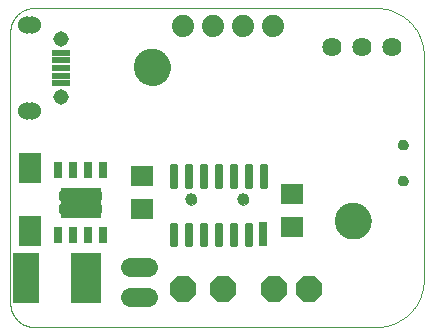
<source format=gbs>
G75*
%MOIN*%
%OFA0B0*%
%FSLAX25Y25*%
%IPPOS*%
%LPD*%
%AMOC8*
5,1,8,0,0,1.08239X$1,22.5*
%
%ADD10C,0.00000*%
%ADD11C,0.12211*%
%ADD12R,0.07487X0.06699*%
%ADD13R,0.07369X0.10243*%
%ADD14C,0.06400*%
%ADD15R,0.09061X0.16935*%
%ADD16R,0.10243X0.16935*%
%ADD17OC8,0.08900*%
%ADD18C,0.06400*%
%ADD19C,0.03600*%
%ADD20C,0.07400*%
%ADD21R,0.03156X0.05518*%
%ADD22R,0.13786X0.09849*%
%ADD23OC8,0.05550*%
%ADD24R,0.05550X0.05550*%
%ADD25C,0.03943*%
%ADD26R,0.02723X0.08077*%
%ADD27C,0.01552*%
%ADD28R,0.05912X0.01975*%
%ADD29C,0.06000*%
%ADD30C,0.05156*%
D10*
X0025122Y0017048D02*
X0139295Y0017048D01*
X0139676Y0017053D01*
X0140056Y0017066D01*
X0140436Y0017089D01*
X0140815Y0017122D01*
X0141193Y0017163D01*
X0141570Y0017213D01*
X0141946Y0017273D01*
X0142321Y0017341D01*
X0142693Y0017419D01*
X0143064Y0017506D01*
X0143432Y0017601D01*
X0143798Y0017706D01*
X0144161Y0017819D01*
X0144522Y0017941D01*
X0144879Y0018071D01*
X0145233Y0018211D01*
X0145584Y0018358D01*
X0145931Y0018515D01*
X0146274Y0018679D01*
X0146613Y0018852D01*
X0146948Y0019033D01*
X0147279Y0019222D01*
X0147604Y0019419D01*
X0147925Y0019623D01*
X0148241Y0019836D01*
X0148551Y0020056D01*
X0148857Y0020283D01*
X0149156Y0020518D01*
X0149450Y0020760D01*
X0149738Y0021008D01*
X0150020Y0021264D01*
X0150295Y0021527D01*
X0150564Y0021796D01*
X0150827Y0022071D01*
X0151083Y0022353D01*
X0151331Y0022641D01*
X0151573Y0022935D01*
X0151808Y0023234D01*
X0152035Y0023540D01*
X0152255Y0023850D01*
X0152468Y0024166D01*
X0152672Y0024487D01*
X0152869Y0024812D01*
X0153058Y0025143D01*
X0153239Y0025478D01*
X0153412Y0025817D01*
X0153576Y0026160D01*
X0153733Y0026507D01*
X0153880Y0026858D01*
X0154020Y0027212D01*
X0154150Y0027569D01*
X0154272Y0027930D01*
X0154385Y0028293D01*
X0154490Y0028659D01*
X0154585Y0029027D01*
X0154672Y0029398D01*
X0154750Y0029770D01*
X0154818Y0030145D01*
X0154878Y0030521D01*
X0154928Y0030898D01*
X0154969Y0031276D01*
X0155002Y0031655D01*
X0155025Y0032035D01*
X0155038Y0032415D01*
X0155043Y0032796D01*
X0155043Y0107599D01*
X0155038Y0107980D01*
X0155025Y0108360D01*
X0155002Y0108740D01*
X0154969Y0109119D01*
X0154928Y0109497D01*
X0154878Y0109874D01*
X0154818Y0110250D01*
X0154750Y0110625D01*
X0154672Y0110997D01*
X0154585Y0111368D01*
X0154490Y0111736D01*
X0154385Y0112102D01*
X0154272Y0112465D01*
X0154150Y0112826D01*
X0154020Y0113183D01*
X0153880Y0113537D01*
X0153733Y0113888D01*
X0153576Y0114235D01*
X0153412Y0114578D01*
X0153239Y0114917D01*
X0153058Y0115252D01*
X0152869Y0115583D01*
X0152672Y0115908D01*
X0152468Y0116229D01*
X0152255Y0116545D01*
X0152035Y0116855D01*
X0151808Y0117161D01*
X0151573Y0117460D01*
X0151331Y0117754D01*
X0151083Y0118042D01*
X0150827Y0118324D01*
X0150564Y0118599D01*
X0150295Y0118868D01*
X0150020Y0119131D01*
X0149738Y0119387D01*
X0149450Y0119635D01*
X0149156Y0119877D01*
X0148857Y0120112D01*
X0148551Y0120339D01*
X0148241Y0120559D01*
X0147925Y0120772D01*
X0147604Y0120976D01*
X0147279Y0121173D01*
X0146948Y0121362D01*
X0146613Y0121543D01*
X0146274Y0121716D01*
X0145931Y0121880D01*
X0145584Y0122037D01*
X0145233Y0122184D01*
X0144879Y0122324D01*
X0144522Y0122454D01*
X0144161Y0122576D01*
X0143798Y0122689D01*
X0143432Y0122794D01*
X0143064Y0122889D01*
X0142693Y0122976D01*
X0142321Y0123054D01*
X0141946Y0123122D01*
X0141570Y0123182D01*
X0141193Y0123232D01*
X0140815Y0123273D01*
X0140436Y0123306D01*
X0140056Y0123329D01*
X0139676Y0123342D01*
X0139295Y0123347D01*
X0025122Y0123347D01*
X0024932Y0123345D01*
X0024742Y0123338D01*
X0024552Y0123326D01*
X0024362Y0123310D01*
X0024173Y0123290D01*
X0023984Y0123264D01*
X0023796Y0123235D01*
X0023609Y0123200D01*
X0023423Y0123161D01*
X0023238Y0123118D01*
X0023053Y0123070D01*
X0022870Y0123018D01*
X0022689Y0122962D01*
X0022509Y0122901D01*
X0022330Y0122835D01*
X0022153Y0122766D01*
X0021977Y0122692D01*
X0021804Y0122614D01*
X0021632Y0122531D01*
X0021463Y0122445D01*
X0021295Y0122355D01*
X0021130Y0122260D01*
X0020967Y0122162D01*
X0020807Y0122059D01*
X0020649Y0121953D01*
X0020494Y0121843D01*
X0020341Y0121730D01*
X0020191Y0121612D01*
X0020045Y0121491D01*
X0019901Y0121367D01*
X0019760Y0121239D01*
X0019622Y0121108D01*
X0019487Y0120973D01*
X0019356Y0120835D01*
X0019228Y0120694D01*
X0019104Y0120550D01*
X0018983Y0120404D01*
X0018865Y0120254D01*
X0018752Y0120101D01*
X0018642Y0119946D01*
X0018536Y0119788D01*
X0018433Y0119628D01*
X0018335Y0119465D01*
X0018240Y0119300D01*
X0018150Y0119132D01*
X0018064Y0118963D01*
X0017981Y0118791D01*
X0017903Y0118618D01*
X0017829Y0118442D01*
X0017760Y0118265D01*
X0017694Y0118086D01*
X0017633Y0117906D01*
X0017577Y0117725D01*
X0017525Y0117542D01*
X0017477Y0117357D01*
X0017434Y0117172D01*
X0017395Y0116986D01*
X0017360Y0116799D01*
X0017331Y0116611D01*
X0017305Y0116422D01*
X0017285Y0116233D01*
X0017269Y0116043D01*
X0017257Y0115853D01*
X0017250Y0115663D01*
X0017248Y0115473D01*
X0017248Y0024922D01*
X0017250Y0024732D01*
X0017257Y0024542D01*
X0017269Y0024352D01*
X0017285Y0024162D01*
X0017305Y0023973D01*
X0017331Y0023784D01*
X0017360Y0023596D01*
X0017395Y0023409D01*
X0017434Y0023223D01*
X0017477Y0023038D01*
X0017525Y0022853D01*
X0017577Y0022670D01*
X0017633Y0022489D01*
X0017694Y0022309D01*
X0017760Y0022130D01*
X0017829Y0021953D01*
X0017903Y0021777D01*
X0017981Y0021604D01*
X0018064Y0021432D01*
X0018150Y0021263D01*
X0018240Y0021095D01*
X0018335Y0020930D01*
X0018433Y0020767D01*
X0018536Y0020607D01*
X0018642Y0020449D01*
X0018752Y0020294D01*
X0018865Y0020141D01*
X0018983Y0019991D01*
X0019104Y0019845D01*
X0019228Y0019701D01*
X0019356Y0019560D01*
X0019487Y0019422D01*
X0019622Y0019287D01*
X0019760Y0019156D01*
X0019901Y0019028D01*
X0020045Y0018904D01*
X0020191Y0018783D01*
X0020341Y0018665D01*
X0020494Y0018552D01*
X0020649Y0018442D01*
X0020807Y0018336D01*
X0020967Y0018233D01*
X0021130Y0018135D01*
X0021295Y0018040D01*
X0021463Y0017950D01*
X0021632Y0017864D01*
X0021804Y0017781D01*
X0021977Y0017703D01*
X0022153Y0017629D01*
X0022330Y0017560D01*
X0022509Y0017494D01*
X0022689Y0017433D01*
X0022870Y0017377D01*
X0023053Y0017325D01*
X0023238Y0017277D01*
X0023423Y0017234D01*
X0023609Y0017195D01*
X0023796Y0017160D01*
X0023984Y0017131D01*
X0024173Y0017105D01*
X0024362Y0017085D01*
X0024552Y0017069D01*
X0024742Y0017057D01*
X0024932Y0017050D01*
X0025122Y0017048D01*
X0075712Y0059585D02*
X0075714Y0059669D01*
X0075720Y0059752D01*
X0075730Y0059835D01*
X0075744Y0059918D01*
X0075761Y0060000D01*
X0075783Y0060081D01*
X0075808Y0060160D01*
X0075837Y0060239D01*
X0075870Y0060316D01*
X0075906Y0060391D01*
X0075946Y0060465D01*
X0075989Y0060537D01*
X0076036Y0060606D01*
X0076086Y0060673D01*
X0076139Y0060738D01*
X0076195Y0060800D01*
X0076253Y0060860D01*
X0076315Y0060917D01*
X0076379Y0060970D01*
X0076446Y0061021D01*
X0076515Y0061068D01*
X0076586Y0061113D01*
X0076659Y0061153D01*
X0076734Y0061190D01*
X0076811Y0061224D01*
X0076889Y0061254D01*
X0076968Y0061280D01*
X0077049Y0061303D01*
X0077131Y0061321D01*
X0077213Y0061336D01*
X0077296Y0061347D01*
X0077379Y0061354D01*
X0077463Y0061357D01*
X0077547Y0061356D01*
X0077630Y0061351D01*
X0077714Y0061342D01*
X0077796Y0061329D01*
X0077878Y0061313D01*
X0077959Y0061292D01*
X0078040Y0061268D01*
X0078118Y0061240D01*
X0078196Y0061208D01*
X0078272Y0061172D01*
X0078346Y0061133D01*
X0078418Y0061091D01*
X0078488Y0061045D01*
X0078556Y0060996D01*
X0078621Y0060944D01*
X0078684Y0060889D01*
X0078744Y0060831D01*
X0078802Y0060770D01*
X0078856Y0060706D01*
X0078908Y0060640D01*
X0078956Y0060572D01*
X0079001Y0060501D01*
X0079042Y0060428D01*
X0079081Y0060354D01*
X0079115Y0060278D01*
X0079146Y0060200D01*
X0079173Y0060121D01*
X0079197Y0060040D01*
X0079216Y0059959D01*
X0079232Y0059877D01*
X0079244Y0059794D01*
X0079252Y0059710D01*
X0079256Y0059627D01*
X0079256Y0059543D01*
X0079252Y0059460D01*
X0079244Y0059376D01*
X0079232Y0059293D01*
X0079216Y0059211D01*
X0079197Y0059130D01*
X0079173Y0059049D01*
X0079146Y0058970D01*
X0079115Y0058892D01*
X0079081Y0058816D01*
X0079042Y0058742D01*
X0079001Y0058669D01*
X0078956Y0058598D01*
X0078908Y0058530D01*
X0078856Y0058464D01*
X0078802Y0058400D01*
X0078744Y0058339D01*
X0078684Y0058281D01*
X0078621Y0058226D01*
X0078556Y0058174D01*
X0078488Y0058125D01*
X0078418Y0058079D01*
X0078346Y0058037D01*
X0078272Y0057998D01*
X0078196Y0057962D01*
X0078118Y0057930D01*
X0078040Y0057902D01*
X0077959Y0057878D01*
X0077878Y0057857D01*
X0077796Y0057841D01*
X0077714Y0057828D01*
X0077630Y0057819D01*
X0077547Y0057814D01*
X0077463Y0057813D01*
X0077379Y0057816D01*
X0077296Y0057823D01*
X0077213Y0057834D01*
X0077131Y0057849D01*
X0077049Y0057867D01*
X0076968Y0057890D01*
X0076889Y0057916D01*
X0076811Y0057946D01*
X0076734Y0057980D01*
X0076659Y0058017D01*
X0076586Y0058057D01*
X0076515Y0058102D01*
X0076446Y0058149D01*
X0076379Y0058200D01*
X0076315Y0058253D01*
X0076253Y0058310D01*
X0076195Y0058370D01*
X0076139Y0058432D01*
X0076086Y0058497D01*
X0076036Y0058564D01*
X0075989Y0058633D01*
X0075946Y0058705D01*
X0075906Y0058779D01*
X0075870Y0058854D01*
X0075837Y0058931D01*
X0075808Y0059010D01*
X0075783Y0059089D01*
X0075761Y0059170D01*
X0075744Y0059252D01*
X0075730Y0059335D01*
X0075720Y0059418D01*
X0075714Y0059501D01*
X0075712Y0059585D01*
X0093035Y0059587D02*
X0093037Y0059671D01*
X0093043Y0059754D01*
X0093053Y0059837D01*
X0093067Y0059920D01*
X0093084Y0060002D01*
X0093106Y0060083D01*
X0093131Y0060162D01*
X0093160Y0060241D01*
X0093193Y0060318D01*
X0093229Y0060393D01*
X0093269Y0060467D01*
X0093312Y0060539D01*
X0093359Y0060608D01*
X0093409Y0060675D01*
X0093462Y0060740D01*
X0093518Y0060802D01*
X0093576Y0060862D01*
X0093638Y0060919D01*
X0093702Y0060972D01*
X0093769Y0061023D01*
X0093838Y0061070D01*
X0093909Y0061115D01*
X0093982Y0061155D01*
X0094057Y0061192D01*
X0094134Y0061226D01*
X0094212Y0061256D01*
X0094291Y0061282D01*
X0094372Y0061305D01*
X0094454Y0061323D01*
X0094536Y0061338D01*
X0094619Y0061349D01*
X0094702Y0061356D01*
X0094786Y0061359D01*
X0094870Y0061358D01*
X0094953Y0061353D01*
X0095037Y0061344D01*
X0095119Y0061331D01*
X0095201Y0061315D01*
X0095282Y0061294D01*
X0095363Y0061270D01*
X0095441Y0061242D01*
X0095519Y0061210D01*
X0095595Y0061174D01*
X0095669Y0061135D01*
X0095741Y0061093D01*
X0095811Y0061047D01*
X0095879Y0060998D01*
X0095944Y0060946D01*
X0096007Y0060891D01*
X0096067Y0060833D01*
X0096125Y0060772D01*
X0096179Y0060708D01*
X0096231Y0060642D01*
X0096279Y0060574D01*
X0096324Y0060503D01*
X0096365Y0060430D01*
X0096404Y0060356D01*
X0096438Y0060280D01*
X0096469Y0060202D01*
X0096496Y0060123D01*
X0096520Y0060042D01*
X0096539Y0059961D01*
X0096555Y0059879D01*
X0096567Y0059796D01*
X0096575Y0059712D01*
X0096579Y0059629D01*
X0096579Y0059545D01*
X0096575Y0059462D01*
X0096567Y0059378D01*
X0096555Y0059295D01*
X0096539Y0059213D01*
X0096520Y0059132D01*
X0096496Y0059051D01*
X0096469Y0058972D01*
X0096438Y0058894D01*
X0096404Y0058818D01*
X0096365Y0058744D01*
X0096324Y0058671D01*
X0096279Y0058600D01*
X0096231Y0058532D01*
X0096179Y0058466D01*
X0096125Y0058402D01*
X0096067Y0058341D01*
X0096007Y0058283D01*
X0095944Y0058228D01*
X0095879Y0058176D01*
X0095811Y0058127D01*
X0095741Y0058081D01*
X0095669Y0058039D01*
X0095595Y0058000D01*
X0095519Y0057964D01*
X0095441Y0057932D01*
X0095363Y0057904D01*
X0095282Y0057880D01*
X0095201Y0057859D01*
X0095119Y0057843D01*
X0095037Y0057830D01*
X0094953Y0057821D01*
X0094870Y0057816D01*
X0094786Y0057815D01*
X0094702Y0057818D01*
X0094619Y0057825D01*
X0094536Y0057836D01*
X0094454Y0057851D01*
X0094372Y0057869D01*
X0094291Y0057892D01*
X0094212Y0057918D01*
X0094134Y0057948D01*
X0094057Y0057982D01*
X0093982Y0058019D01*
X0093909Y0058059D01*
X0093838Y0058104D01*
X0093769Y0058151D01*
X0093702Y0058202D01*
X0093638Y0058255D01*
X0093576Y0058312D01*
X0093518Y0058372D01*
X0093462Y0058434D01*
X0093409Y0058499D01*
X0093359Y0058566D01*
X0093312Y0058635D01*
X0093269Y0058707D01*
X0093229Y0058781D01*
X0093193Y0058856D01*
X0093160Y0058933D01*
X0093131Y0059012D01*
X0093106Y0059091D01*
X0093084Y0059172D01*
X0093067Y0059254D01*
X0093053Y0059337D01*
X0093043Y0059420D01*
X0093037Y0059503D01*
X0093035Y0059587D01*
X0125515Y0052481D02*
X0125517Y0052634D01*
X0125523Y0052788D01*
X0125533Y0052941D01*
X0125547Y0053093D01*
X0125565Y0053246D01*
X0125587Y0053397D01*
X0125612Y0053548D01*
X0125642Y0053699D01*
X0125676Y0053849D01*
X0125713Y0053997D01*
X0125754Y0054145D01*
X0125799Y0054291D01*
X0125848Y0054437D01*
X0125901Y0054581D01*
X0125957Y0054723D01*
X0126017Y0054864D01*
X0126081Y0055004D01*
X0126148Y0055142D01*
X0126219Y0055278D01*
X0126294Y0055412D01*
X0126371Y0055544D01*
X0126453Y0055674D01*
X0126537Y0055802D01*
X0126625Y0055928D01*
X0126716Y0056051D01*
X0126810Y0056172D01*
X0126908Y0056290D01*
X0127008Y0056406D01*
X0127112Y0056519D01*
X0127218Y0056630D01*
X0127327Y0056738D01*
X0127439Y0056843D01*
X0127553Y0056944D01*
X0127671Y0057043D01*
X0127790Y0057139D01*
X0127912Y0057232D01*
X0128037Y0057321D01*
X0128164Y0057408D01*
X0128293Y0057490D01*
X0128424Y0057570D01*
X0128557Y0057646D01*
X0128692Y0057719D01*
X0128829Y0057788D01*
X0128968Y0057853D01*
X0129108Y0057915D01*
X0129250Y0057973D01*
X0129393Y0058028D01*
X0129538Y0058079D01*
X0129684Y0058126D01*
X0129831Y0058169D01*
X0129979Y0058208D01*
X0130128Y0058244D01*
X0130278Y0058275D01*
X0130429Y0058303D01*
X0130580Y0058327D01*
X0130733Y0058347D01*
X0130885Y0058363D01*
X0131038Y0058375D01*
X0131191Y0058383D01*
X0131344Y0058387D01*
X0131498Y0058387D01*
X0131651Y0058383D01*
X0131804Y0058375D01*
X0131957Y0058363D01*
X0132109Y0058347D01*
X0132262Y0058327D01*
X0132413Y0058303D01*
X0132564Y0058275D01*
X0132714Y0058244D01*
X0132863Y0058208D01*
X0133011Y0058169D01*
X0133158Y0058126D01*
X0133304Y0058079D01*
X0133449Y0058028D01*
X0133592Y0057973D01*
X0133734Y0057915D01*
X0133874Y0057853D01*
X0134013Y0057788D01*
X0134150Y0057719D01*
X0134285Y0057646D01*
X0134418Y0057570D01*
X0134549Y0057490D01*
X0134678Y0057408D01*
X0134805Y0057321D01*
X0134930Y0057232D01*
X0135052Y0057139D01*
X0135171Y0057043D01*
X0135289Y0056944D01*
X0135403Y0056843D01*
X0135515Y0056738D01*
X0135624Y0056630D01*
X0135730Y0056519D01*
X0135834Y0056406D01*
X0135934Y0056290D01*
X0136032Y0056172D01*
X0136126Y0056051D01*
X0136217Y0055928D01*
X0136305Y0055802D01*
X0136389Y0055674D01*
X0136471Y0055544D01*
X0136548Y0055412D01*
X0136623Y0055278D01*
X0136694Y0055142D01*
X0136761Y0055004D01*
X0136825Y0054864D01*
X0136885Y0054723D01*
X0136941Y0054581D01*
X0136994Y0054437D01*
X0137043Y0054291D01*
X0137088Y0054145D01*
X0137129Y0053997D01*
X0137166Y0053849D01*
X0137200Y0053699D01*
X0137230Y0053548D01*
X0137255Y0053397D01*
X0137277Y0053246D01*
X0137295Y0053093D01*
X0137309Y0052941D01*
X0137319Y0052788D01*
X0137325Y0052634D01*
X0137327Y0052481D01*
X0137325Y0052328D01*
X0137319Y0052174D01*
X0137309Y0052021D01*
X0137295Y0051869D01*
X0137277Y0051716D01*
X0137255Y0051565D01*
X0137230Y0051414D01*
X0137200Y0051263D01*
X0137166Y0051113D01*
X0137129Y0050965D01*
X0137088Y0050817D01*
X0137043Y0050671D01*
X0136994Y0050525D01*
X0136941Y0050381D01*
X0136885Y0050239D01*
X0136825Y0050098D01*
X0136761Y0049958D01*
X0136694Y0049820D01*
X0136623Y0049684D01*
X0136548Y0049550D01*
X0136471Y0049418D01*
X0136389Y0049288D01*
X0136305Y0049160D01*
X0136217Y0049034D01*
X0136126Y0048911D01*
X0136032Y0048790D01*
X0135934Y0048672D01*
X0135834Y0048556D01*
X0135730Y0048443D01*
X0135624Y0048332D01*
X0135515Y0048224D01*
X0135403Y0048119D01*
X0135289Y0048018D01*
X0135171Y0047919D01*
X0135052Y0047823D01*
X0134930Y0047730D01*
X0134805Y0047641D01*
X0134678Y0047554D01*
X0134549Y0047472D01*
X0134418Y0047392D01*
X0134285Y0047316D01*
X0134150Y0047243D01*
X0134013Y0047174D01*
X0133874Y0047109D01*
X0133734Y0047047D01*
X0133592Y0046989D01*
X0133449Y0046934D01*
X0133304Y0046883D01*
X0133158Y0046836D01*
X0133011Y0046793D01*
X0132863Y0046754D01*
X0132714Y0046718D01*
X0132564Y0046687D01*
X0132413Y0046659D01*
X0132262Y0046635D01*
X0132109Y0046615D01*
X0131957Y0046599D01*
X0131804Y0046587D01*
X0131651Y0046579D01*
X0131498Y0046575D01*
X0131344Y0046575D01*
X0131191Y0046579D01*
X0131038Y0046587D01*
X0130885Y0046599D01*
X0130733Y0046615D01*
X0130580Y0046635D01*
X0130429Y0046659D01*
X0130278Y0046687D01*
X0130128Y0046718D01*
X0129979Y0046754D01*
X0129831Y0046793D01*
X0129684Y0046836D01*
X0129538Y0046883D01*
X0129393Y0046934D01*
X0129250Y0046989D01*
X0129108Y0047047D01*
X0128968Y0047109D01*
X0128829Y0047174D01*
X0128692Y0047243D01*
X0128557Y0047316D01*
X0128424Y0047392D01*
X0128293Y0047472D01*
X0128164Y0047554D01*
X0128037Y0047641D01*
X0127912Y0047730D01*
X0127790Y0047823D01*
X0127671Y0047919D01*
X0127553Y0048018D01*
X0127439Y0048119D01*
X0127327Y0048224D01*
X0127218Y0048332D01*
X0127112Y0048443D01*
X0127008Y0048556D01*
X0126908Y0048672D01*
X0126810Y0048790D01*
X0126716Y0048911D01*
X0126625Y0049034D01*
X0126537Y0049160D01*
X0126453Y0049288D01*
X0126371Y0049418D01*
X0126294Y0049550D01*
X0126219Y0049684D01*
X0126148Y0049820D01*
X0126081Y0049958D01*
X0126017Y0050098D01*
X0125957Y0050239D01*
X0125901Y0050381D01*
X0125848Y0050525D01*
X0125799Y0050671D01*
X0125754Y0050817D01*
X0125713Y0050965D01*
X0125676Y0051113D01*
X0125642Y0051263D01*
X0125612Y0051414D01*
X0125587Y0051565D01*
X0125565Y0051716D01*
X0125547Y0051869D01*
X0125533Y0052021D01*
X0125523Y0052174D01*
X0125517Y0052328D01*
X0125515Y0052481D01*
X0146475Y0065851D02*
X0146477Y0065931D01*
X0146483Y0066010D01*
X0146493Y0066089D01*
X0146507Y0066168D01*
X0146524Y0066246D01*
X0146546Y0066323D01*
X0146571Y0066398D01*
X0146601Y0066472D01*
X0146633Y0066545D01*
X0146670Y0066616D01*
X0146710Y0066685D01*
X0146753Y0066752D01*
X0146800Y0066817D01*
X0146849Y0066879D01*
X0146902Y0066939D01*
X0146958Y0066996D01*
X0147016Y0067051D01*
X0147077Y0067102D01*
X0147141Y0067150D01*
X0147207Y0067195D01*
X0147275Y0067237D01*
X0147345Y0067275D01*
X0147417Y0067309D01*
X0147490Y0067340D01*
X0147565Y0067368D01*
X0147642Y0067391D01*
X0147719Y0067411D01*
X0147797Y0067427D01*
X0147876Y0067439D01*
X0147955Y0067447D01*
X0148035Y0067451D01*
X0148115Y0067451D01*
X0148195Y0067447D01*
X0148274Y0067439D01*
X0148353Y0067427D01*
X0148431Y0067411D01*
X0148508Y0067391D01*
X0148585Y0067368D01*
X0148660Y0067340D01*
X0148733Y0067309D01*
X0148805Y0067275D01*
X0148875Y0067237D01*
X0148943Y0067195D01*
X0149009Y0067150D01*
X0149073Y0067102D01*
X0149134Y0067051D01*
X0149192Y0066996D01*
X0149248Y0066939D01*
X0149301Y0066879D01*
X0149350Y0066817D01*
X0149397Y0066752D01*
X0149440Y0066685D01*
X0149480Y0066616D01*
X0149517Y0066545D01*
X0149549Y0066472D01*
X0149579Y0066398D01*
X0149604Y0066323D01*
X0149626Y0066246D01*
X0149643Y0066168D01*
X0149657Y0066089D01*
X0149667Y0066010D01*
X0149673Y0065931D01*
X0149675Y0065851D01*
X0149673Y0065771D01*
X0149667Y0065692D01*
X0149657Y0065613D01*
X0149643Y0065534D01*
X0149626Y0065456D01*
X0149604Y0065379D01*
X0149579Y0065304D01*
X0149549Y0065230D01*
X0149517Y0065157D01*
X0149480Y0065086D01*
X0149440Y0065017D01*
X0149397Y0064950D01*
X0149350Y0064885D01*
X0149301Y0064823D01*
X0149248Y0064763D01*
X0149192Y0064706D01*
X0149134Y0064651D01*
X0149073Y0064600D01*
X0149009Y0064552D01*
X0148943Y0064507D01*
X0148875Y0064465D01*
X0148805Y0064427D01*
X0148733Y0064393D01*
X0148660Y0064362D01*
X0148585Y0064334D01*
X0148508Y0064311D01*
X0148431Y0064291D01*
X0148353Y0064275D01*
X0148274Y0064263D01*
X0148195Y0064255D01*
X0148115Y0064251D01*
X0148035Y0064251D01*
X0147955Y0064255D01*
X0147876Y0064263D01*
X0147797Y0064275D01*
X0147719Y0064291D01*
X0147642Y0064311D01*
X0147565Y0064334D01*
X0147490Y0064362D01*
X0147417Y0064393D01*
X0147345Y0064427D01*
X0147275Y0064465D01*
X0147207Y0064507D01*
X0147141Y0064552D01*
X0147077Y0064600D01*
X0147016Y0064651D01*
X0146958Y0064706D01*
X0146902Y0064763D01*
X0146849Y0064823D01*
X0146800Y0064885D01*
X0146753Y0064950D01*
X0146710Y0065017D01*
X0146670Y0065086D01*
X0146633Y0065157D01*
X0146601Y0065230D01*
X0146571Y0065304D01*
X0146546Y0065379D01*
X0146524Y0065456D01*
X0146507Y0065534D01*
X0146493Y0065613D01*
X0146483Y0065692D01*
X0146477Y0065771D01*
X0146475Y0065851D01*
X0146475Y0077851D02*
X0146477Y0077931D01*
X0146483Y0078010D01*
X0146493Y0078089D01*
X0146507Y0078168D01*
X0146524Y0078246D01*
X0146546Y0078323D01*
X0146571Y0078398D01*
X0146601Y0078472D01*
X0146633Y0078545D01*
X0146670Y0078616D01*
X0146710Y0078685D01*
X0146753Y0078752D01*
X0146800Y0078817D01*
X0146849Y0078879D01*
X0146902Y0078939D01*
X0146958Y0078996D01*
X0147016Y0079051D01*
X0147077Y0079102D01*
X0147141Y0079150D01*
X0147207Y0079195D01*
X0147275Y0079237D01*
X0147345Y0079275D01*
X0147417Y0079309D01*
X0147490Y0079340D01*
X0147565Y0079368D01*
X0147642Y0079391D01*
X0147719Y0079411D01*
X0147797Y0079427D01*
X0147876Y0079439D01*
X0147955Y0079447D01*
X0148035Y0079451D01*
X0148115Y0079451D01*
X0148195Y0079447D01*
X0148274Y0079439D01*
X0148353Y0079427D01*
X0148431Y0079411D01*
X0148508Y0079391D01*
X0148585Y0079368D01*
X0148660Y0079340D01*
X0148733Y0079309D01*
X0148805Y0079275D01*
X0148875Y0079237D01*
X0148943Y0079195D01*
X0149009Y0079150D01*
X0149073Y0079102D01*
X0149134Y0079051D01*
X0149192Y0078996D01*
X0149248Y0078939D01*
X0149301Y0078879D01*
X0149350Y0078817D01*
X0149397Y0078752D01*
X0149440Y0078685D01*
X0149480Y0078616D01*
X0149517Y0078545D01*
X0149549Y0078472D01*
X0149579Y0078398D01*
X0149604Y0078323D01*
X0149626Y0078246D01*
X0149643Y0078168D01*
X0149657Y0078089D01*
X0149667Y0078010D01*
X0149673Y0077931D01*
X0149675Y0077851D01*
X0149673Y0077771D01*
X0149667Y0077692D01*
X0149657Y0077613D01*
X0149643Y0077534D01*
X0149626Y0077456D01*
X0149604Y0077379D01*
X0149579Y0077304D01*
X0149549Y0077230D01*
X0149517Y0077157D01*
X0149480Y0077086D01*
X0149440Y0077017D01*
X0149397Y0076950D01*
X0149350Y0076885D01*
X0149301Y0076823D01*
X0149248Y0076763D01*
X0149192Y0076706D01*
X0149134Y0076651D01*
X0149073Y0076600D01*
X0149009Y0076552D01*
X0148943Y0076507D01*
X0148875Y0076465D01*
X0148805Y0076427D01*
X0148733Y0076393D01*
X0148660Y0076362D01*
X0148585Y0076334D01*
X0148508Y0076311D01*
X0148431Y0076291D01*
X0148353Y0076275D01*
X0148274Y0076263D01*
X0148195Y0076255D01*
X0148115Y0076251D01*
X0148035Y0076251D01*
X0147955Y0076255D01*
X0147876Y0076263D01*
X0147797Y0076275D01*
X0147719Y0076291D01*
X0147642Y0076311D01*
X0147565Y0076334D01*
X0147490Y0076362D01*
X0147417Y0076393D01*
X0147345Y0076427D01*
X0147275Y0076465D01*
X0147207Y0076507D01*
X0147141Y0076552D01*
X0147077Y0076600D01*
X0147016Y0076651D01*
X0146958Y0076706D01*
X0146902Y0076763D01*
X0146849Y0076823D01*
X0146800Y0076885D01*
X0146753Y0076950D01*
X0146710Y0077017D01*
X0146670Y0077086D01*
X0146633Y0077157D01*
X0146601Y0077230D01*
X0146571Y0077304D01*
X0146546Y0077379D01*
X0146524Y0077456D01*
X0146507Y0077534D01*
X0146493Y0077613D01*
X0146483Y0077692D01*
X0146477Y0077771D01*
X0146475Y0077851D01*
X0058586Y0103662D02*
X0058588Y0103815D01*
X0058594Y0103969D01*
X0058604Y0104122D01*
X0058618Y0104274D01*
X0058636Y0104427D01*
X0058658Y0104578D01*
X0058683Y0104729D01*
X0058713Y0104880D01*
X0058747Y0105030D01*
X0058784Y0105178D01*
X0058825Y0105326D01*
X0058870Y0105472D01*
X0058919Y0105618D01*
X0058972Y0105762D01*
X0059028Y0105904D01*
X0059088Y0106045D01*
X0059152Y0106185D01*
X0059219Y0106323D01*
X0059290Y0106459D01*
X0059365Y0106593D01*
X0059442Y0106725D01*
X0059524Y0106855D01*
X0059608Y0106983D01*
X0059696Y0107109D01*
X0059787Y0107232D01*
X0059881Y0107353D01*
X0059979Y0107471D01*
X0060079Y0107587D01*
X0060183Y0107700D01*
X0060289Y0107811D01*
X0060398Y0107919D01*
X0060510Y0108024D01*
X0060624Y0108125D01*
X0060742Y0108224D01*
X0060861Y0108320D01*
X0060983Y0108413D01*
X0061108Y0108502D01*
X0061235Y0108589D01*
X0061364Y0108671D01*
X0061495Y0108751D01*
X0061628Y0108827D01*
X0061763Y0108900D01*
X0061900Y0108969D01*
X0062039Y0109034D01*
X0062179Y0109096D01*
X0062321Y0109154D01*
X0062464Y0109209D01*
X0062609Y0109260D01*
X0062755Y0109307D01*
X0062902Y0109350D01*
X0063050Y0109389D01*
X0063199Y0109425D01*
X0063349Y0109456D01*
X0063500Y0109484D01*
X0063651Y0109508D01*
X0063804Y0109528D01*
X0063956Y0109544D01*
X0064109Y0109556D01*
X0064262Y0109564D01*
X0064415Y0109568D01*
X0064569Y0109568D01*
X0064722Y0109564D01*
X0064875Y0109556D01*
X0065028Y0109544D01*
X0065180Y0109528D01*
X0065333Y0109508D01*
X0065484Y0109484D01*
X0065635Y0109456D01*
X0065785Y0109425D01*
X0065934Y0109389D01*
X0066082Y0109350D01*
X0066229Y0109307D01*
X0066375Y0109260D01*
X0066520Y0109209D01*
X0066663Y0109154D01*
X0066805Y0109096D01*
X0066945Y0109034D01*
X0067084Y0108969D01*
X0067221Y0108900D01*
X0067356Y0108827D01*
X0067489Y0108751D01*
X0067620Y0108671D01*
X0067749Y0108589D01*
X0067876Y0108502D01*
X0068001Y0108413D01*
X0068123Y0108320D01*
X0068242Y0108224D01*
X0068360Y0108125D01*
X0068474Y0108024D01*
X0068586Y0107919D01*
X0068695Y0107811D01*
X0068801Y0107700D01*
X0068905Y0107587D01*
X0069005Y0107471D01*
X0069103Y0107353D01*
X0069197Y0107232D01*
X0069288Y0107109D01*
X0069376Y0106983D01*
X0069460Y0106855D01*
X0069542Y0106725D01*
X0069619Y0106593D01*
X0069694Y0106459D01*
X0069765Y0106323D01*
X0069832Y0106185D01*
X0069896Y0106045D01*
X0069956Y0105904D01*
X0070012Y0105762D01*
X0070065Y0105618D01*
X0070114Y0105472D01*
X0070159Y0105326D01*
X0070200Y0105178D01*
X0070237Y0105030D01*
X0070271Y0104880D01*
X0070301Y0104729D01*
X0070326Y0104578D01*
X0070348Y0104427D01*
X0070366Y0104274D01*
X0070380Y0104122D01*
X0070390Y0103969D01*
X0070396Y0103815D01*
X0070398Y0103662D01*
X0070396Y0103509D01*
X0070390Y0103355D01*
X0070380Y0103202D01*
X0070366Y0103050D01*
X0070348Y0102897D01*
X0070326Y0102746D01*
X0070301Y0102595D01*
X0070271Y0102444D01*
X0070237Y0102294D01*
X0070200Y0102146D01*
X0070159Y0101998D01*
X0070114Y0101852D01*
X0070065Y0101706D01*
X0070012Y0101562D01*
X0069956Y0101420D01*
X0069896Y0101279D01*
X0069832Y0101139D01*
X0069765Y0101001D01*
X0069694Y0100865D01*
X0069619Y0100731D01*
X0069542Y0100599D01*
X0069460Y0100469D01*
X0069376Y0100341D01*
X0069288Y0100215D01*
X0069197Y0100092D01*
X0069103Y0099971D01*
X0069005Y0099853D01*
X0068905Y0099737D01*
X0068801Y0099624D01*
X0068695Y0099513D01*
X0068586Y0099405D01*
X0068474Y0099300D01*
X0068360Y0099199D01*
X0068242Y0099100D01*
X0068123Y0099004D01*
X0068001Y0098911D01*
X0067876Y0098822D01*
X0067749Y0098735D01*
X0067620Y0098653D01*
X0067489Y0098573D01*
X0067356Y0098497D01*
X0067221Y0098424D01*
X0067084Y0098355D01*
X0066945Y0098290D01*
X0066805Y0098228D01*
X0066663Y0098170D01*
X0066520Y0098115D01*
X0066375Y0098064D01*
X0066229Y0098017D01*
X0066082Y0097974D01*
X0065934Y0097935D01*
X0065785Y0097899D01*
X0065635Y0097868D01*
X0065484Y0097840D01*
X0065333Y0097816D01*
X0065180Y0097796D01*
X0065028Y0097780D01*
X0064875Y0097768D01*
X0064722Y0097760D01*
X0064569Y0097756D01*
X0064415Y0097756D01*
X0064262Y0097760D01*
X0064109Y0097768D01*
X0063956Y0097780D01*
X0063804Y0097796D01*
X0063651Y0097816D01*
X0063500Y0097840D01*
X0063349Y0097868D01*
X0063199Y0097899D01*
X0063050Y0097935D01*
X0062902Y0097974D01*
X0062755Y0098017D01*
X0062609Y0098064D01*
X0062464Y0098115D01*
X0062321Y0098170D01*
X0062179Y0098228D01*
X0062039Y0098290D01*
X0061900Y0098355D01*
X0061763Y0098424D01*
X0061628Y0098497D01*
X0061495Y0098573D01*
X0061364Y0098653D01*
X0061235Y0098735D01*
X0061108Y0098822D01*
X0060983Y0098911D01*
X0060861Y0099004D01*
X0060742Y0099100D01*
X0060624Y0099199D01*
X0060510Y0099300D01*
X0060398Y0099405D01*
X0060289Y0099513D01*
X0060183Y0099624D01*
X0060079Y0099737D01*
X0059979Y0099853D01*
X0059881Y0099971D01*
X0059787Y0100092D01*
X0059696Y0100215D01*
X0059608Y0100341D01*
X0059524Y0100469D01*
X0059442Y0100599D01*
X0059365Y0100731D01*
X0059290Y0100865D01*
X0059219Y0101001D01*
X0059152Y0101139D01*
X0059088Y0101279D01*
X0059028Y0101420D01*
X0058972Y0101562D01*
X0058919Y0101706D01*
X0058870Y0101852D01*
X0058825Y0101998D01*
X0058784Y0102146D01*
X0058747Y0102294D01*
X0058713Y0102444D01*
X0058683Y0102595D01*
X0058658Y0102746D01*
X0058636Y0102897D01*
X0058618Y0103050D01*
X0058604Y0103202D01*
X0058594Y0103355D01*
X0058588Y0103509D01*
X0058586Y0103662D01*
D11*
X0064492Y0103662D03*
X0131421Y0052481D03*
D12*
X0111067Y0050513D03*
X0111067Y0061536D03*
X0061224Y0056418D03*
X0061224Y0067442D03*
D13*
X0023862Y0069891D03*
X0023862Y0049087D03*
D14*
X0057122Y0036930D02*
X0063122Y0036930D01*
X0063122Y0026930D02*
X0057122Y0026930D01*
D15*
X0022626Y0033269D03*
D16*
X0042311Y0033269D03*
D17*
X0074846Y0029883D03*
X0088035Y0029883D03*
X0105161Y0029883D03*
X0116776Y0029883D03*
D18*
X0124492Y0110513D03*
X0134492Y0110513D03*
X0144492Y0110513D03*
D19*
X0148075Y0077851D03*
X0148075Y0065851D03*
D20*
X0104925Y0117481D03*
X0094925Y0117481D03*
X0084925Y0117481D03*
X0074925Y0117481D03*
D21*
X0048134Y0069253D03*
X0043134Y0069253D03*
X0038134Y0069253D03*
X0033134Y0069253D03*
X0033134Y0047599D03*
X0038134Y0047599D03*
X0043134Y0047599D03*
X0048134Y0047599D03*
D22*
X0040634Y0058426D03*
D23*
X0045268Y0060591D03*
X0045268Y0056261D03*
X0036000Y0056261D03*
X0036000Y0060591D03*
D24*
X0040634Y0060591D03*
X0040634Y0056261D03*
D25*
X0077484Y0059585D03*
X0094807Y0059587D03*
D26*
X0101618Y0047954D03*
D27*
X0097203Y0051216D02*
X0097203Y0044692D01*
X0096033Y0044692D01*
X0096033Y0051216D01*
X0097203Y0051216D01*
X0097203Y0046166D02*
X0096033Y0046166D01*
X0096033Y0047640D02*
X0097203Y0047640D01*
X0097203Y0049114D02*
X0096033Y0049114D01*
X0096033Y0050588D02*
X0097203Y0050588D01*
X0092203Y0051216D02*
X0092203Y0044692D01*
X0091033Y0044692D01*
X0091033Y0051216D01*
X0092203Y0051216D01*
X0092203Y0046166D02*
X0091033Y0046166D01*
X0091033Y0047640D02*
X0092203Y0047640D01*
X0092203Y0049114D02*
X0091033Y0049114D01*
X0091033Y0050588D02*
X0092203Y0050588D01*
X0087203Y0051216D02*
X0087203Y0044692D01*
X0086033Y0044692D01*
X0086033Y0051216D01*
X0087203Y0051216D01*
X0087203Y0046166D02*
X0086033Y0046166D01*
X0086033Y0047640D02*
X0087203Y0047640D01*
X0087203Y0049114D02*
X0086033Y0049114D01*
X0086033Y0050588D02*
X0087203Y0050588D01*
X0082203Y0051216D02*
X0082203Y0044692D01*
X0081033Y0044692D01*
X0081033Y0051216D01*
X0082203Y0051216D01*
X0082203Y0046166D02*
X0081033Y0046166D01*
X0081033Y0047640D02*
X0082203Y0047640D01*
X0082203Y0049114D02*
X0081033Y0049114D01*
X0081033Y0050588D02*
X0082203Y0050588D01*
X0077203Y0051216D02*
X0077203Y0044692D01*
X0076033Y0044692D01*
X0076033Y0051216D01*
X0077203Y0051216D01*
X0077203Y0046166D02*
X0076033Y0046166D01*
X0076033Y0047640D02*
X0077203Y0047640D01*
X0077203Y0049114D02*
X0076033Y0049114D01*
X0076033Y0050588D02*
X0077203Y0050588D01*
X0072203Y0051216D02*
X0072203Y0044692D01*
X0071033Y0044692D01*
X0071033Y0051216D01*
X0072203Y0051216D01*
X0072203Y0046166D02*
X0071033Y0046166D01*
X0071033Y0047640D02*
X0072203Y0047640D01*
X0072203Y0049114D02*
X0071033Y0049114D01*
X0071033Y0050588D02*
X0072203Y0050588D01*
X0072203Y0064219D02*
X0072203Y0070743D01*
X0072203Y0064219D02*
X0071033Y0064219D01*
X0071033Y0070743D01*
X0072203Y0070743D01*
X0072203Y0065693D02*
X0071033Y0065693D01*
X0071033Y0067167D02*
X0072203Y0067167D01*
X0072203Y0068641D02*
X0071033Y0068641D01*
X0071033Y0070115D02*
X0072203Y0070115D01*
X0077203Y0070743D02*
X0077203Y0064219D01*
X0076033Y0064219D01*
X0076033Y0070743D01*
X0077203Y0070743D01*
X0077203Y0065693D02*
X0076033Y0065693D01*
X0076033Y0067167D02*
X0077203Y0067167D01*
X0077203Y0068641D02*
X0076033Y0068641D01*
X0076033Y0070115D02*
X0077203Y0070115D01*
X0082203Y0070743D02*
X0082203Y0064219D01*
X0081033Y0064219D01*
X0081033Y0070743D01*
X0082203Y0070743D01*
X0082203Y0065693D02*
X0081033Y0065693D01*
X0081033Y0067167D02*
X0082203Y0067167D01*
X0082203Y0068641D02*
X0081033Y0068641D01*
X0081033Y0070115D02*
X0082203Y0070115D01*
X0087203Y0070743D02*
X0087203Y0064219D01*
X0086033Y0064219D01*
X0086033Y0070743D01*
X0087203Y0070743D01*
X0087203Y0065693D02*
X0086033Y0065693D01*
X0086033Y0067167D02*
X0087203Y0067167D01*
X0087203Y0068641D02*
X0086033Y0068641D01*
X0086033Y0070115D02*
X0087203Y0070115D01*
X0092203Y0070743D02*
X0092203Y0064219D01*
X0091033Y0064219D01*
X0091033Y0070743D01*
X0092203Y0070743D01*
X0092203Y0065693D02*
X0091033Y0065693D01*
X0091033Y0067167D02*
X0092203Y0067167D01*
X0092203Y0068641D02*
X0091033Y0068641D01*
X0091033Y0070115D02*
X0092203Y0070115D01*
X0097203Y0070743D02*
X0097203Y0064219D01*
X0096033Y0064219D01*
X0096033Y0070743D01*
X0097203Y0070743D01*
X0097203Y0065693D02*
X0096033Y0065693D01*
X0096033Y0067167D02*
X0097203Y0067167D01*
X0097203Y0068641D02*
X0096033Y0068641D01*
X0096033Y0070115D02*
X0097203Y0070115D01*
X0102203Y0070743D02*
X0102203Y0064219D01*
X0101033Y0064219D01*
X0101033Y0070743D01*
X0102203Y0070743D01*
X0102203Y0065693D02*
X0101033Y0065693D01*
X0101033Y0067167D02*
X0102203Y0067167D01*
X0102203Y0068641D02*
X0101033Y0068641D01*
X0101033Y0070115D02*
X0102203Y0070115D01*
D28*
X0033980Y0098229D03*
X0033980Y0100788D03*
X0033980Y0103347D03*
X0033980Y0105906D03*
X0033980Y0108465D03*
D29*
X0024531Y0117619D03*
X0022957Y0117599D03*
X0022957Y0089056D03*
X0024531Y0089076D03*
D30*
X0034177Y0093780D03*
X0034177Y0112894D03*
M02*

</source>
